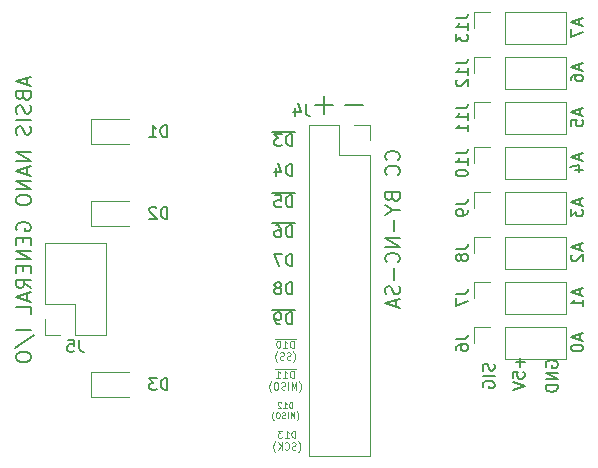
<source format=gbo>
G04 #@! TF.FileFunction,Legend,Bot*
%FSLAX46Y46*%
G04 Gerber Fmt 4.6, Leading zero omitted, Abs format (unit mm)*
G04 Created by KiCad (PCBNEW 4.0.7) date 02/19/18 15:12:52*
%MOMM*%
%LPD*%
G01*
G04 APERTURE LIST*
%ADD10C,0.100000*%
%ADD11C,0.200000*%
%ADD12C,0.150000*%
%ADD13C,0.120000*%
G04 APERTURE END LIST*
D10*
X151096572Y-103276429D02*
X151096572Y-102676429D01*
X150953715Y-102676429D01*
X150868000Y-102705000D01*
X150810858Y-102762143D01*
X150782286Y-102819286D01*
X150753715Y-102933571D01*
X150753715Y-103019286D01*
X150782286Y-103133571D01*
X150810858Y-103190714D01*
X150868000Y-103247857D01*
X150953715Y-103276429D01*
X151096572Y-103276429D01*
X150182286Y-103276429D02*
X150525143Y-103276429D01*
X150353715Y-103276429D02*
X150353715Y-102676429D01*
X150410858Y-102762143D01*
X150468000Y-102819286D01*
X150525143Y-102847857D01*
X149610857Y-103276429D02*
X149953714Y-103276429D01*
X149782286Y-103276429D02*
X149782286Y-102676429D01*
X149839429Y-102762143D01*
X149896571Y-102819286D01*
X149953714Y-102847857D01*
X151239429Y-102573000D02*
X149496571Y-102573000D01*
X151539428Y-104505000D02*
X151568000Y-104476429D01*
X151625143Y-104390714D01*
X151653714Y-104333571D01*
X151682285Y-104247857D01*
X151710857Y-104105000D01*
X151710857Y-103990714D01*
X151682285Y-103847857D01*
X151653714Y-103762143D01*
X151625143Y-103705000D01*
X151568000Y-103619286D01*
X151539428Y-103590714D01*
X151310857Y-104276429D02*
X151310857Y-103676429D01*
X151110857Y-104105000D01*
X150910857Y-103676429D01*
X150910857Y-104276429D01*
X150625143Y-104276429D02*
X150625143Y-103676429D01*
X150368000Y-104247857D02*
X150282286Y-104276429D01*
X150139429Y-104276429D01*
X150082286Y-104247857D01*
X150053715Y-104219286D01*
X150025143Y-104162143D01*
X150025143Y-104105000D01*
X150053715Y-104047857D01*
X150082286Y-104019286D01*
X150139429Y-103990714D01*
X150253715Y-103962143D01*
X150310857Y-103933571D01*
X150339429Y-103905000D01*
X150368000Y-103847857D01*
X150368000Y-103790714D01*
X150339429Y-103733571D01*
X150310857Y-103705000D01*
X150253715Y-103676429D01*
X150110857Y-103676429D01*
X150025143Y-103705000D01*
X149653714Y-103676429D02*
X149539428Y-103676429D01*
X149482286Y-103705000D01*
X149425143Y-103762143D01*
X149396571Y-103876429D01*
X149396571Y-104076429D01*
X149425143Y-104190714D01*
X149482286Y-104247857D01*
X149539428Y-104276429D01*
X149653714Y-104276429D01*
X149710857Y-104247857D01*
X149768000Y-104190714D01*
X149796571Y-104076429D01*
X149796571Y-103876429D01*
X149768000Y-103762143D01*
X149710857Y-103705000D01*
X149653714Y-103676429D01*
X149196572Y-104505000D02*
X149168000Y-104476429D01*
X149110857Y-104390714D01*
X149082286Y-104333571D01*
X149053715Y-104247857D01*
X149025143Y-104105000D01*
X149025143Y-103990714D01*
X149053715Y-103847857D01*
X149082286Y-103762143D01*
X149110857Y-103705000D01*
X149168000Y-103619286D01*
X149196572Y-103590714D01*
D11*
X159958429Y-84844667D02*
X160017952Y-84785143D01*
X160077476Y-84606572D01*
X160077476Y-84487524D01*
X160017952Y-84308952D01*
X159898905Y-84189905D01*
X159779857Y-84130381D01*
X159541762Y-84070857D01*
X159363190Y-84070857D01*
X159125095Y-84130381D01*
X159006048Y-84189905D01*
X158887000Y-84308952D01*
X158827476Y-84487524D01*
X158827476Y-84606572D01*
X158887000Y-84785143D01*
X158946524Y-84844667D01*
X159958429Y-86094667D02*
X160017952Y-86035143D01*
X160077476Y-85856572D01*
X160077476Y-85737524D01*
X160017952Y-85558952D01*
X159898905Y-85439905D01*
X159779857Y-85380381D01*
X159541762Y-85320857D01*
X159363190Y-85320857D01*
X159125095Y-85380381D01*
X159006048Y-85439905D01*
X158887000Y-85558952D01*
X158827476Y-85737524D01*
X158827476Y-85856572D01*
X158887000Y-86035143D01*
X158946524Y-86094667D01*
X159422714Y-87999429D02*
X159482238Y-88178000D01*
X159541762Y-88237524D01*
X159660810Y-88297048D01*
X159839381Y-88297048D01*
X159958429Y-88237524D01*
X160017952Y-88178000D01*
X160077476Y-88058953D01*
X160077476Y-87582762D01*
X158827476Y-87582762D01*
X158827476Y-87999429D01*
X158887000Y-88118476D01*
X158946524Y-88178000D01*
X159065571Y-88237524D01*
X159184619Y-88237524D01*
X159303667Y-88178000D01*
X159363190Y-88118476D01*
X159422714Y-87999429D01*
X159422714Y-87582762D01*
X159482238Y-89070857D02*
X160077476Y-89070857D01*
X158827476Y-88654191D02*
X159482238Y-89070857D01*
X158827476Y-89487524D01*
X159601286Y-89904191D02*
X159601286Y-90856572D01*
X160077476Y-91451810D02*
X158827476Y-91451810D01*
X160077476Y-92166096D01*
X158827476Y-92166096D01*
X159958429Y-93475620D02*
X160017952Y-93416096D01*
X160077476Y-93237525D01*
X160077476Y-93118477D01*
X160017952Y-92939905D01*
X159898905Y-92820858D01*
X159779857Y-92761334D01*
X159541762Y-92701810D01*
X159363190Y-92701810D01*
X159125095Y-92761334D01*
X159006048Y-92820858D01*
X158887000Y-92939905D01*
X158827476Y-93118477D01*
X158827476Y-93237525D01*
X158887000Y-93416096D01*
X158946524Y-93475620D01*
X159601286Y-94011334D02*
X159601286Y-94963715D01*
X160017952Y-95499429D02*
X160077476Y-95678001D01*
X160077476Y-95975620D01*
X160017952Y-96094667D01*
X159958429Y-96154191D01*
X159839381Y-96213715D01*
X159720333Y-96213715D01*
X159601286Y-96154191D01*
X159541762Y-96094667D01*
X159482238Y-95975620D01*
X159422714Y-95737524D01*
X159363190Y-95618477D01*
X159303667Y-95558953D01*
X159184619Y-95499429D01*
X159065571Y-95499429D01*
X158946524Y-95558953D01*
X158887000Y-95618477D01*
X158827476Y-95737524D01*
X158827476Y-96035144D01*
X158887000Y-96213715D01*
X159720333Y-96689905D02*
X159720333Y-97285143D01*
X160077476Y-96570858D02*
X158827476Y-96987524D01*
X160077476Y-97404191D01*
X128478333Y-77892190D02*
X128478333Y-78487428D01*
X128835476Y-77773143D02*
X127585476Y-78189809D01*
X128835476Y-78606476D01*
X128180714Y-79439810D02*
X128240238Y-79618381D01*
X128299762Y-79677905D01*
X128418810Y-79737429D01*
X128597381Y-79737429D01*
X128716429Y-79677905D01*
X128775952Y-79618381D01*
X128835476Y-79499334D01*
X128835476Y-79023143D01*
X127585476Y-79023143D01*
X127585476Y-79439810D01*
X127645000Y-79558857D01*
X127704524Y-79618381D01*
X127823571Y-79677905D01*
X127942619Y-79677905D01*
X128061667Y-79618381D01*
X128121190Y-79558857D01*
X128180714Y-79439810D01*
X128180714Y-79023143D01*
X128775952Y-80213619D02*
X128835476Y-80392191D01*
X128835476Y-80689810D01*
X128775952Y-80808857D01*
X128716429Y-80868381D01*
X128597381Y-80927905D01*
X128478333Y-80927905D01*
X128359286Y-80868381D01*
X128299762Y-80808857D01*
X128240238Y-80689810D01*
X128180714Y-80451714D01*
X128121190Y-80332667D01*
X128061667Y-80273143D01*
X127942619Y-80213619D01*
X127823571Y-80213619D01*
X127704524Y-80273143D01*
X127645000Y-80332667D01*
X127585476Y-80451714D01*
X127585476Y-80749334D01*
X127645000Y-80927905D01*
X128835476Y-81463619D02*
X127585476Y-81463619D01*
X128775952Y-81999333D02*
X128835476Y-82177905D01*
X128835476Y-82475524D01*
X128775952Y-82594571D01*
X128716429Y-82654095D01*
X128597381Y-82713619D01*
X128478333Y-82713619D01*
X128359286Y-82654095D01*
X128299762Y-82594571D01*
X128240238Y-82475524D01*
X128180714Y-82237428D01*
X128121190Y-82118381D01*
X128061667Y-82058857D01*
X127942619Y-81999333D01*
X127823571Y-81999333D01*
X127704524Y-82058857D01*
X127645000Y-82118381D01*
X127585476Y-82237428D01*
X127585476Y-82535048D01*
X127645000Y-82713619D01*
X128835476Y-84201714D02*
X127585476Y-84201714D01*
X128835476Y-84916000D01*
X127585476Y-84916000D01*
X128478333Y-85451714D02*
X128478333Y-86046952D01*
X128835476Y-85332667D02*
X127585476Y-85749333D01*
X128835476Y-86166000D01*
X128835476Y-86582667D02*
X127585476Y-86582667D01*
X128835476Y-87296953D01*
X127585476Y-87296953D01*
X127585476Y-88130286D02*
X127585476Y-88368382D01*
X127645000Y-88487429D01*
X127764048Y-88606477D01*
X128002143Y-88666001D01*
X128418810Y-88666001D01*
X128656905Y-88606477D01*
X128775952Y-88487429D01*
X128835476Y-88368382D01*
X128835476Y-88130286D01*
X128775952Y-88011239D01*
X128656905Y-87892191D01*
X128418810Y-87832667D01*
X128002143Y-87832667D01*
X127764048Y-87892191D01*
X127645000Y-88011239D01*
X127585476Y-88130286D01*
X127645000Y-90808858D02*
X127585476Y-90689810D01*
X127585476Y-90511239D01*
X127645000Y-90332667D01*
X127764048Y-90213620D01*
X127883095Y-90154096D01*
X128121190Y-90094572D01*
X128299762Y-90094572D01*
X128537857Y-90154096D01*
X128656905Y-90213620D01*
X128775952Y-90332667D01*
X128835476Y-90511239D01*
X128835476Y-90630287D01*
X128775952Y-90808858D01*
X128716429Y-90868382D01*
X128299762Y-90868382D01*
X128299762Y-90630287D01*
X128180714Y-91404096D02*
X128180714Y-91820763D01*
X128835476Y-91999334D02*
X128835476Y-91404096D01*
X127585476Y-91404096D01*
X127585476Y-91999334D01*
X128835476Y-92535048D02*
X127585476Y-92535048D01*
X128835476Y-93249334D01*
X127585476Y-93249334D01*
X128180714Y-93844572D02*
X128180714Y-94261239D01*
X128835476Y-94439810D02*
X128835476Y-93844572D01*
X127585476Y-93844572D01*
X127585476Y-94439810D01*
X128835476Y-95689810D02*
X128240238Y-95273143D01*
X128835476Y-94975524D02*
X127585476Y-94975524D01*
X127585476Y-95451715D01*
X127645000Y-95570762D01*
X127704524Y-95630286D01*
X127823571Y-95689810D01*
X128002143Y-95689810D01*
X128121190Y-95630286D01*
X128180714Y-95570762D01*
X128240238Y-95451715D01*
X128240238Y-94975524D01*
X128478333Y-96166000D02*
X128478333Y-96761238D01*
X128835476Y-96046953D02*
X127585476Y-96463619D01*
X128835476Y-96880286D01*
X128835476Y-97892191D02*
X128835476Y-97296953D01*
X127585476Y-97296953D01*
X128835476Y-99261239D02*
X127585476Y-99261239D01*
X127525952Y-100749334D02*
X129133095Y-99677906D01*
X127585476Y-101404096D02*
X127585476Y-101642192D01*
X127645000Y-101761239D01*
X127764048Y-101880287D01*
X128002143Y-101939811D01*
X128418810Y-101939811D01*
X128656905Y-101880287D01*
X128775952Y-101761239D01*
X128835476Y-101642192D01*
X128835476Y-101404096D01*
X128775952Y-101285049D01*
X128656905Y-101166001D01*
X128418810Y-101106477D01*
X128002143Y-101106477D01*
X127764048Y-101166001D01*
X127645000Y-101285049D01*
X127585476Y-101404096D01*
D12*
X156971905Y-80152857D02*
X155448095Y-80152857D01*
X154431905Y-80152857D02*
X152908095Y-80152857D01*
X153670000Y-80914762D02*
X153670000Y-79390952D01*
X150979095Y-83637381D02*
X150979095Y-82637381D01*
X150741000Y-82637381D01*
X150598142Y-82685000D01*
X150502904Y-82780238D01*
X150455285Y-82875476D01*
X150407666Y-83065952D01*
X150407666Y-83208810D01*
X150455285Y-83399286D01*
X150502904Y-83494524D01*
X150598142Y-83589762D01*
X150741000Y-83637381D01*
X150979095Y-83637381D01*
X150074333Y-82637381D02*
X149455285Y-82637381D01*
X149788619Y-83018333D01*
X149645761Y-83018333D01*
X149550523Y-83065952D01*
X149502904Y-83113571D01*
X149455285Y-83208810D01*
X149455285Y-83446905D01*
X149502904Y-83542143D01*
X149550523Y-83589762D01*
X149645761Y-83637381D01*
X149931476Y-83637381D01*
X150026714Y-83589762D01*
X150074333Y-83542143D01*
X151217190Y-82465000D02*
X149264809Y-82465000D01*
X150979095Y-86177381D02*
X150979095Y-85177381D01*
X150741000Y-85177381D01*
X150598142Y-85225000D01*
X150502904Y-85320238D01*
X150455285Y-85415476D01*
X150407666Y-85605952D01*
X150407666Y-85748810D01*
X150455285Y-85939286D01*
X150502904Y-86034524D01*
X150598142Y-86129762D01*
X150741000Y-86177381D01*
X150979095Y-86177381D01*
X149550523Y-85510714D02*
X149550523Y-86177381D01*
X149788619Y-85129762D02*
X150026714Y-85844048D01*
X149407666Y-85844048D01*
X150979095Y-88844381D02*
X150979095Y-87844381D01*
X150741000Y-87844381D01*
X150598142Y-87892000D01*
X150502904Y-87987238D01*
X150455285Y-88082476D01*
X150407666Y-88272952D01*
X150407666Y-88415810D01*
X150455285Y-88606286D01*
X150502904Y-88701524D01*
X150598142Y-88796762D01*
X150741000Y-88844381D01*
X150979095Y-88844381D01*
X149502904Y-87844381D02*
X149979095Y-87844381D01*
X150026714Y-88320571D01*
X149979095Y-88272952D01*
X149883857Y-88225333D01*
X149645761Y-88225333D01*
X149550523Y-88272952D01*
X149502904Y-88320571D01*
X149455285Y-88415810D01*
X149455285Y-88653905D01*
X149502904Y-88749143D01*
X149550523Y-88796762D01*
X149645761Y-88844381D01*
X149883857Y-88844381D01*
X149979095Y-88796762D01*
X150026714Y-88749143D01*
X151217190Y-87672000D02*
X149264809Y-87672000D01*
X150979095Y-91384381D02*
X150979095Y-90384381D01*
X150741000Y-90384381D01*
X150598142Y-90432000D01*
X150502904Y-90527238D01*
X150455285Y-90622476D01*
X150407666Y-90812952D01*
X150407666Y-90955810D01*
X150455285Y-91146286D01*
X150502904Y-91241524D01*
X150598142Y-91336762D01*
X150741000Y-91384381D01*
X150979095Y-91384381D01*
X149550523Y-90384381D02*
X149741000Y-90384381D01*
X149836238Y-90432000D01*
X149883857Y-90479619D01*
X149979095Y-90622476D01*
X150026714Y-90812952D01*
X150026714Y-91193905D01*
X149979095Y-91289143D01*
X149931476Y-91336762D01*
X149836238Y-91384381D01*
X149645761Y-91384381D01*
X149550523Y-91336762D01*
X149502904Y-91289143D01*
X149455285Y-91193905D01*
X149455285Y-90955810D01*
X149502904Y-90860571D01*
X149550523Y-90812952D01*
X149645761Y-90765333D01*
X149836238Y-90765333D01*
X149931476Y-90812952D01*
X149979095Y-90860571D01*
X150026714Y-90955810D01*
X151217190Y-90212000D02*
X149264809Y-90212000D01*
X150979095Y-93797381D02*
X150979095Y-92797381D01*
X150741000Y-92797381D01*
X150598142Y-92845000D01*
X150502904Y-92940238D01*
X150455285Y-93035476D01*
X150407666Y-93225952D01*
X150407666Y-93368810D01*
X150455285Y-93559286D01*
X150502904Y-93654524D01*
X150598142Y-93749762D01*
X150741000Y-93797381D01*
X150979095Y-93797381D01*
X150074333Y-92797381D02*
X149407666Y-92797381D01*
X149836238Y-93797381D01*
X150979095Y-96210381D02*
X150979095Y-95210381D01*
X150741000Y-95210381D01*
X150598142Y-95258000D01*
X150502904Y-95353238D01*
X150455285Y-95448476D01*
X150407666Y-95638952D01*
X150407666Y-95781810D01*
X150455285Y-95972286D01*
X150502904Y-96067524D01*
X150598142Y-96162762D01*
X150741000Y-96210381D01*
X150979095Y-96210381D01*
X149836238Y-95638952D02*
X149931476Y-95591333D01*
X149979095Y-95543714D01*
X150026714Y-95448476D01*
X150026714Y-95400857D01*
X149979095Y-95305619D01*
X149931476Y-95258000D01*
X149836238Y-95210381D01*
X149645761Y-95210381D01*
X149550523Y-95258000D01*
X149502904Y-95305619D01*
X149455285Y-95400857D01*
X149455285Y-95448476D01*
X149502904Y-95543714D01*
X149550523Y-95591333D01*
X149645761Y-95638952D01*
X149836238Y-95638952D01*
X149931476Y-95686571D01*
X149979095Y-95734190D01*
X150026714Y-95829429D01*
X150026714Y-96019905D01*
X149979095Y-96115143D01*
X149931476Y-96162762D01*
X149836238Y-96210381D01*
X149645761Y-96210381D01*
X149550523Y-96162762D01*
X149502904Y-96115143D01*
X149455285Y-96019905D01*
X149455285Y-95829429D01*
X149502904Y-95734190D01*
X149550523Y-95686571D01*
X149645761Y-95638952D01*
X150979095Y-98750381D02*
X150979095Y-97750381D01*
X150741000Y-97750381D01*
X150598142Y-97798000D01*
X150502904Y-97893238D01*
X150455285Y-97988476D01*
X150407666Y-98178952D01*
X150407666Y-98321810D01*
X150455285Y-98512286D01*
X150502904Y-98607524D01*
X150598142Y-98702762D01*
X150741000Y-98750381D01*
X150979095Y-98750381D01*
X149931476Y-98750381D02*
X149741000Y-98750381D01*
X149645761Y-98702762D01*
X149598142Y-98655143D01*
X149502904Y-98512286D01*
X149455285Y-98321810D01*
X149455285Y-97940857D01*
X149502904Y-97845619D01*
X149550523Y-97798000D01*
X149645761Y-97750381D01*
X149836238Y-97750381D01*
X149931476Y-97798000D01*
X149979095Y-97845619D01*
X150026714Y-97940857D01*
X150026714Y-98178952D01*
X149979095Y-98274190D01*
X149931476Y-98321810D01*
X149836238Y-98369429D01*
X149645761Y-98369429D01*
X149550523Y-98321810D01*
X149502904Y-98274190D01*
X149455285Y-98178952D01*
X151217190Y-97578000D02*
X149264809Y-97578000D01*
D10*
X151096572Y-100736429D02*
X151096572Y-100136429D01*
X150953715Y-100136429D01*
X150868000Y-100165000D01*
X150810858Y-100222143D01*
X150782286Y-100279286D01*
X150753715Y-100393571D01*
X150753715Y-100479286D01*
X150782286Y-100593571D01*
X150810858Y-100650714D01*
X150868000Y-100707857D01*
X150953715Y-100736429D01*
X151096572Y-100736429D01*
X150182286Y-100736429D02*
X150525143Y-100736429D01*
X150353715Y-100736429D02*
X150353715Y-100136429D01*
X150410858Y-100222143D01*
X150468000Y-100279286D01*
X150525143Y-100307857D01*
X149810857Y-100136429D02*
X149753714Y-100136429D01*
X149696571Y-100165000D01*
X149668000Y-100193571D01*
X149639429Y-100250714D01*
X149610857Y-100365000D01*
X149610857Y-100507857D01*
X149639429Y-100622143D01*
X149668000Y-100679286D01*
X149696571Y-100707857D01*
X149753714Y-100736429D01*
X149810857Y-100736429D01*
X149868000Y-100707857D01*
X149896571Y-100679286D01*
X149925143Y-100622143D01*
X149953714Y-100507857D01*
X149953714Y-100365000D01*
X149925143Y-100250714D01*
X149896571Y-100193571D01*
X149868000Y-100165000D01*
X149810857Y-100136429D01*
X151239429Y-100033000D02*
X149496571Y-100033000D01*
X151025143Y-101965000D02*
X151053715Y-101936429D01*
X151110858Y-101850714D01*
X151139429Y-101793571D01*
X151168000Y-101707857D01*
X151196572Y-101565000D01*
X151196572Y-101450714D01*
X151168000Y-101307857D01*
X151139429Y-101222143D01*
X151110858Y-101165000D01*
X151053715Y-101079286D01*
X151025143Y-101050714D01*
X150825143Y-101707857D02*
X150739429Y-101736429D01*
X150596572Y-101736429D01*
X150539429Y-101707857D01*
X150510858Y-101679286D01*
X150482286Y-101622143D01*
X150482286Y-101565000D01*
X150510858Y-101507857D01*
X150539429Y-101479286D01*
X150596572Y-101450714D01*
X150710858Y-101422143D01*
X150768000Y-101393571D01*
X150796572Y-101365000D01*
X150825143Y-101307857D01*
X150825143Y-101250714D01*
X150796572Y-101193571D01*
X150768000Y-101165000D01*
X150710858Y-101136429D01*
X150568000Y-101136429D01*
X150482286Y-101165000D01*
X150253714Y-101707857D02*
X150168000Y-101736429D01*
X150025143Y-101736429D01*
X149968000Y-101707857D01*
X149939429Y-101679286D01*
X149910857Y-101622143D01*
X149910857Y-101565000D01*
X149939429Y-101507857D01*
X149968000Y-101479286D01*
X150025143Y-101450714D01*
X150139429Y-101422143D01*
X150196571Y-101393571D01*
X150225143Y-101365000D01*
X150253714Y-101307857D01*
X150253714Y-101250714D01*
X150225143Y-101193571D01*
X150196571Y-101165000D01*
X150139429Y-101136429D01*
X149996571Y-101136429D01*
X149910857Y-101165000D01*
X149710857Y-101965000D02*
X149682285Y-101936429D01*
X149625142Y-101850714D01*
X149596571Y-101793571D01*
X149568000Y-101707857D01*
X149539428Y-101565000D01*
X149539428Y-101450714D01*
X149568000Y-101307857D01*
X149596571Y-101222143D01*
X149625142Y-101165000D01*
X149682285Y-101079286D01*
X149710857Y-101050714D01*
X150975142Y-105846190D02*
X150975142Y-105346190D01*
X150856095Y-105346190D01*
X150784666Y-105370000D01*
X150737047Y-105417619D01*
X150713238Y-105465238D01*
X150689428Y-105560476D01*
X150689428Y-105631905D01*
X150713238Y-105727143D01*
X150737047Y-105774762D01*
X150784666Y-105822381D01*
X150856095Y-105846190D01*
X150975142Y-105846190D01*
X150213238Y-105846190D02*
X150498952Y-105846190D01*
X150356095Y-105846190D02*
X150356095Y-105346190D01*
X150403714Y-105417619D01*
X150451333Y-105465238D01*
X150498952Y-105489048D01*
X150022762Y-105393810D02*
X149998952Y-105370000D01*
X149951333Y-105346190D01*
X149832286Y-105346190D01*
X149784667Y-105370000D01*
X149760857Y-105393810D01*
X149737048Y-105441429D01*
X149737048Y-105489048D01*
X149760857Y-105560476D01*
X150046571Y-105846190D01*
X149737048Y-105846190D01*
X151344190Y-106886667D02*
X151368000Y-106862857D01*
X151415619Y-106791429D01*
X151439428Y-106743810D01*
X151463238Y-106672381D01*
X151487047Y-106553333D01*
X151487047Y-106458095D01*
X151463238Y-106339048D01*
X151439428Y-106267619D01*
X151415619Y-106220000D01*
X151368000Y-106148571D01*
X151344190Y-106124762D01*
X151153714Y-106696190D02*
X151153714Y-106196190D01*
X150987048Y-106553333D01*
X150820381Y-106196190D01*
X150820381Y-106696190D01*
X150582285Y-106696190D02*
X150582285Y-106196190D01*
X150368000Y-106672381D02*
X150296571Y-106696190D01*
X150177524Y-106696190D01*
X150129905Y-106672381D01*
X150106095Y-106648571D01*
X150082286Y-106600952D01*
X150082286Y-106553333D01*
X150106095Y-106505714D01*
X150129905Y-106481905D01*
X150177524Y-106458095D01*
X150272762Y-106434286D01*
X150320381Y-106410476D01*
X150344190Y-106386667D01*
X150368000Y-106339048D01*
X150368000Y-106291429D01*
X150344190Y-106243810D01*
X150320381Y-106220000D01*
X150272762Y-106196190D01*
X150153714Y-106196190D01*
X150082286Y-106220000D01*
X149772762Y-106196190D02*
X149677524Y-106196190D01*
X149629905Y-106220000D01*
X149582286Y-106267619D01*
X149558477Y-106362857D01*
X149558477Y-106529524D01*
X149582286Y-106624762D01*
X149629905Y-106672381D01*
X149677524Y-106696190D01*
X149772762Y-106696190D01*
X149820381Y-106672381D01*
X149868000Y-106624762D01*
X149891810Y-106529524D01*
X149891810Y-106362857D01*
X149868000Y-106267619D01*
X149820381Y-106220000D01*
X149772762Y-106196190D01*
X149391809Y-106886667D02*
X149368000Y-106862857D01*
X149320381Y-106791429D01*
X149296571Y-106743810D01*
X149272762Y-106672381D01*
X149248952Y-106553333D01*
X149248952Y-106458095D01*
X149272762Y-106339048D01*
X149296571Y-106267619D01*
X149320381Y-106220000D01*
X149368000Y-106148571D01*
X149391809Y-106124762D01*
X151223572Y-108356429D02*
X151223572Y-107756429D01*
X151080715Y-107756429D01*
X150995000Y-107785000D01*
X150937858Y-107842143D01*
X150909286Y-107899286D01*
X150880715Y-108013571D01*
X150880715Y-108099286D01*
X150909286Y-108213571D01*
X150937858Y-108270714D01*
X150995000Y-108327857D01*
X151080715Y-108356429D01*
X151223572Y-108356429D01*
X150309286Y-108356429D02*
X150652143Y-108356429D01*
X150480715Y-108356429D02*
X150480715Y-107756429D01*
X150537858Y-107842143D01*
X150595000Y-107899286D01*
X150652143Y-107927857D01*
X150109286Y-107756429D02*
X149737857Y-107756429D01*
X149937857Y-107985000D01*
X149852143Y-107985000D01*
X149795000Y-108013571D01*
X149766429Y-108042143D01*
X149737857Y-108099286D01*
X149737857Y-108242143D01*
X149766429Y-108299286D01*
X149795000Y-108327857D01*
X149852143Y-108356429D01*
X150023571Y-108356429D01*
X150080714Y-108327857D01*
X150109286Y-108299286D01*
X151466428Y-109585000D02*
X151495000Y-109556429D01*
X151552143Y-109470714D01*
X151580714Y-109413571D01*
X151609285Y-109327857D01*
X151637857Y-109185000D01*
X151637857Y-109070714D01*
X151609285Y-108927857D01*
X151580714Y-108842143D01*
X151552143Y-108785000D01*
X151495000Y-108699286D01*
X151466428Y-108670714D01*
X151266428Y-109327857D02*
X151180714Y-109356429D01*
X151037857Y-109356429D01*
X150980714Y-109327857D01*
X150952143Y-109299286D01*
X150923571Y-109242143D01*
X150923571Y-109185000D01*
X150952143Y-109127857D01*
X150980714Y-109099286D01*
X151037857Y-109070714D01*
X151152143Y-109042143D01*
X151209285Y-109013571D01*
X151237857Y-108985000D01*
X151266428Y-108927857D01*
X151266428Y-108870714D01*
X151237857Y-108813571D01*
X151209285Y-108785000D01*
X151152143Y-108756429D01*
X151009285Y-108756429D01*
X150923571Y-108785000D01*
X150323571Y-109299286D02*
X150352142Y-109327857D01*
X150437856Y-109356429D01*
X150494999Y-109356429D01*
X150580714Y-109327857D01*
X150637856Y-109270714D01*
X150666428Y-109213571D01*
X150694999Y-109099286D01*
X150694999Y-109013571D01*
X150666428Y-108899286D01*
X150637856Y-108842143D01*
X150580714Y-108785000D01*
X150494999Y-108756429D01*
X150437856Y-108756429D01*
X150352142Y-108785000D01*
X150323571Y-108813571D01*
X150066428Y-109356429D02*
X150066428Y-108756429D01*
X149723571Y-109356429D02*
X149980714Y-109013571D01*
X149723571Y-108756429D02*
X150066428Y-109099286D01*
X149523571Y-109585000D02*
X149494999Y-109556429D01*
X149437856Y-109470714D01*
X149409285Y-109413571D01*
X149380714Y-109327857D01*
X149352142Y-109185000D01*
X149352142Y-109070714D01*
X149380714Y-108927857D01*
X149409285Y-108842143D01*
X149437856Y-108785000D01*
X149494999Y-108699286D01*
X149523571Y-108670714D01*
D12*
X170251429Y-101584286D02*
X170251429Y-102346191D01*
X170632381Y-101965239D02*
X169870476Y-101965239D01*
X169632381Y-103298572D02*
X169632381Y-102822381D01*
X170108571Y-102774762D01*
X170060952Y-102822381D01*
X170013333Y-102917619D01*
X170013333Y-103155715D01*
X170060952Y-103250953D01*
X170108571Y-103298572D01*
X170203810Y-103346191D01*
X170441905Y-103346191D01*
X170537143Y-103298572D01*
X170584762Y-103250953D01*
X170632381Y-103155715D01*
X170632381Y-102917619D01*
X170584762Y-102822381D01*
X170537143Y-102774762D01*
X169632381Y-103631905D02*
X170632381Y-103965238D01*
X169632381Y-104298572D01*
X172474000Y-102362096D02*
X172426381Y-102266858D01*
X172426381Y-102124001D01*
X172474000Y-101981143D01*
X172569238Y-101885905D01*
X172664476Y-101838286D01*
X172854952Y-101790667D01*
X172997810Y-101790667D01*
X173188286Y-101838286D01*
X173283524Y-101885905D01*
X173378762Y-101981143D01*
X173426381Y-102124001D01*
X173426381Y-102219239D01*
X173378762Y-102362096D01*
X173331143Y-102409715D01*
X172997810Y-102409715D01*
X172997810Y-102219239D01*
X173426381Y-102838286D02*
X172426381Y-102838286D01*
X173426381Y-103409715D01*
X172426381Y-103409715D01*
X173426381Y-103885905D02*
X172426381Y-103885905D01*
X172426381Y-104124000D01*
X172474000Y-104266858D01*
X172569238Y-104362096D01*
X172664476Y-104409715D01*
X172854952Y-104457334D01*
X172997810Y-104457334D01*
X173188286Y-104409715D01*
X173283524Y-104362096D01*
X173378762Y-104266858D01*
X173426381Y-104124000D01*
X173426381Y-103885905D01*
X168044762Y-102100191D02*
X168092381Y-102243048D01*
X168092381Y-102481144D01*
X168044762Y-102576382D01*
X167997143Y-102624001D01*
X167901905Y-102671620D01*
X167806667Y-102671620D01*
X167711429Y-102624001D01*
X167663810Y-102576382D01*
X167616190Y-102481144D01*
X167568571Y-102290667D01*
X167520952Y-102195429D01*
X167473333Y-102147810D01*
X167378095Y-102100191D01*
X167282857Y-102100191D01*
X167187619Y-102147810D01*
X167140000Y-102195429D01*
X167092381Y-102290667D01*
X167092381Y-102528763D01*
X167140000Y-102671620D01*
X168092381Y-103100191D02*
X167092381Y-103100191D01*
X167140000Y-104100191D02*
X167092381Y-104004953D01*
X167092381Y-103862096D01*
X167140000Y-103719238D01*
X167235238Y-103624000D01*
X167330476Y-103576381D01*
X167520952Y-103528762D01*
X167663810Y-103528762D01*
X167854286Y-103576381D01*
X167949524Y-103624000D01*
X168044762Y-103719238D01*
X168092381Y-103862096D01*
X168092381Y-103957334D01*
X168044762Y-104100191D01*
X167997143Y-104147810D01*
X167663810Y-104147810D01*
X167663810Y-103957334D01*
D13*
X133900000Y-83520000D02*
X133900000Y-81400000D01*
X137100000Y-83520000D02*
X133900000Y-83520000D01*
X133900000Y-81400000D02*
X137100000Y-81400000D01*
X133900000Y-90420000D02*
X133900000Y-88300000D01*
X137100000Y-90420000D02*
X133900000Y-90420000D01*
X133900000Y-88300000D02*
X137100000Y-88300000D01*
X133900000Y-104920000D02*
X133900000Y-102800000D01*
X137100000Y-104920000D02*
X133900000Y-104920000D01*
X133900000Y-102800000D02*
X137100000Y-102800000D01*
X157540000Y-109915000D02*
X152340000Y-109915000D01*
X157540000Y-84455000D02*
X157540000Y-109915000D01*
X152340000Y-81855000D02*
X152340000Y-109915000D01*
X157540000Y-84455000D02*
X154940000Y-84455000D01*
X154940000Y-84455000D02*
X154940000Y-81855000D01*
X154940000Y-81855000D02*
X152340000Y-81855000D01*
X157540000Y-83185000D02*
X157540000Y-81855000D01*
X157540000Y-81855000D02*
X156210000Y-81855000D01*
X174130000Y-98999996D02*
X174130000Y-101659996D01*
X168990000Y-98999996D02*
X174130000Y-98999996D01*
X168990000Y-101659996D02*
X174130000Y-101659996D01*
X168990000Y-98999996D02*
X168990000Y-101659996D01*
X167720000Y-98999996D02*
X166390000Y-98999996D01*
X166390000Y-98999996D02*
X166390000Y-100329996D01*
X174130000Y-95188568D02*
X174130000Y-97848568D01*
X168990000Y-95188568D02*
X174130000Y-95188568D01*
X168990000Y-97848568D02*
X174130000Y-97848568D01*
X168990000Y-95188568D02*
X168990000Y-97848568D01*
X167720000Y-95188568D02*
X166390000Y-95188568D01*
X166390000Y-95188568D02*
X166390000Y-96518568D01*
X174130000Y-91377140D02*
X174130000Y-94037140D01*
X168990000Y-91377140D02*
X174130000Y-91377140D01*
X168990000Y-94037140D02*
X174130000Y-94037140D01*
X168990000Y-91377140D02*
X168990000Y-94037140D01*
X167720000Y-91377140D02*
X166390000Y-91377140D01*
X166390000Y-91377140D02*
X166390000Y-92707140D01*
X174130000Y-87565712D02*
X174130000Y-90225712D01*
X168990000Y-87565712D02*
X174130000Y-87565712D01*
X168990000Y-90225712D02*
X174130000Y-90225712D01*
X168990000Y-87565712D02*
X168990000Y-90225712D01*
X167720000Y-87565712D02*
X166390000Y-87565712D01*
X166390000Y-87565712D02*
X166390000Y-88895712D01*
X174110000Y-83754284D02*
X174110000Y-86414284D01*
X168970000Y-83754284D02*
X174110000Y-83754284D01*
X168970000Y-86414284D02*
X174110000Y-86414284D01*
X168970000Y-83754284D02*
X168970000Y-86414284D01*
X167700000Y-83754284D02*
X166370000Y-83754284D01*
X166370000Y-83754284D02*
X166370000Y-85084284D01*
X174130000Y-79942856D02*
X174130000Y-82602856D01*
X168990000Y-79942856D02*
X174130000Y-79942856D01*
X168990000Y-82602856D02*
X174130000Y-82602856D01*
X168990000Y-79942856D02*
X168990000Y-82602856D01*
X167720000Y-79942856D02*
X166390000Y-79942856D01*
X166390000Y-79942856D02*
X166390000Y-81272856D01*
X174110000Y-76131428D02*
X174110000Y-78791428D01*
X168970000Y-76131428D02*
X174110000Y-76131428D01*
X168970000Y-78791428D02*
X174110000Y-78791428D01*
X168970000Y-76131428D02*
X168970000Y-78791428D01*
X167700000Y-76131428D02*
X166370000Y-76131428D01*
X166370000Y-76131428D02*
X166370000Y-77461428D01*
X174110000Y-72320000D02*
X174110000Y-74980000D01*
X168970000Y-72320000D02*
X174110000Y-72320000D01*
X168970000Y-74980000D02*
X174110000Y-74980000D01*
X168970000Y-72320000D02*
X168970000Y-74980000D01*
X167700000Y-72320000D02*
X166370000Y-72320000D01*
X166370000Y-72320000D02*
X166370000Y-73650000D01*
X129988000Y-91888000D02*
X135188000Y-91888000D01*
X129988000Y-97028000D02*
X129988000Y-91888000D01*
X135188000Y-99628000D02*
X135188000Y-91888000D01*
X129988000Y-97028000D02*
X132588000Y-97028000D01*
X132588000Y-97028000D02*
X132588000Y-99628000D01*
X132588000Y-99628000D02*
X135188000Y-99628000D01*
X129988000Y-98298000D02*
X129988000Y-99628000D01*
X129988000Y-99628000D02*
X131318000Y-99628000D01*
D12*
X140370095Y-82912381D02*
X140370095Y-81912381D01*
X140132000Y-81912381D01*
X139989142Y-81960000D01*
X139893904Y-82055238D01*
X139846285Y-82150476D01*
X139798666Y-82340952D01*
X139798666Y-82483810D01*
X139846285Y-82674286D01*
X139893904Y-82769524D01*
X139989142Y-82864762D01*
X140132000Y-82912381D01*
X140370095Y-82912381D01*
X138846285Y-82912381D02*
X139417714Y-82912381D01*
X139132000Y-82912381D02*
X139132000Y-81912381D01*
X139227238Y-82055238D01*
X139322476Y-82150476D01*
X139417714Y-82198095D01*
X140394095Y-89812381D02*
X140394095Y-88812381D01*
X140156000Y-88812381D01*
X140013142Y-88860000D01*
X139917904Y-88955238D01*
X139870285Y-89050476D01*
X139822666Y-89240952D01*
X139822666Y-89383810D01*
X139870285Y-89574286D01*
X139917904Y-89669524D01*
X140013142Y-89764762D01*
X140156000Y-89812381D01*
X140394095Y-89812381D01*
X139441714Y-88907619D02*
X139394095Y-88860000D01*
X139298857Y-88812381D01*
X139060761Y-88812381D01*
X138965523Y-88860000D01*
X138917904Y-88907619D01*
X138870285Y-89002857D01*
X138870285Y-89098095D01*
X138917904Y-89240952D01*
X139489333Y-89812381D01*
X138870285Y-89812381D01*
X140394095Y-104312381D02*
X140394095Y-103312381D01*
X140156000Y-103312381D01*
X140013142Y-103360000D01*
X139917904Y-103455238D01*
X139870285Y-103550476D01*
X139822666Y-103740952D01*
X139822666Y-103883810D01*
X139870285Y-104074286D01*
X139917904Y-104169524D01*
X140013142Y-104264762D01*
X140156000Y-104312381D01*
X140394095Y-104312381D01*
X139489333Y-103312381D02*
X138870285Y-103312381D01*
X139203619Y-103693333D01*
X139060761Y-103693333D01*
X138965523Y-103740952D01*
X138917904Y-103788571D01*
X138870285Y-103883810D01*
X138870285Y-104121905D01*
X138917904Y-104217143D01*
X138965523Y-104264762D01*
X139060761Y-104312381D01*
X139346476Y-104312381D01*
X139441714Y-104264762D01*
X139489333Y-104217143D01*
X152098333Y-80097381D02*
X152098333Y-80811667D01*
X152145953Y-80954524D01*
X152241191Y-81049762D01*
X152384048Y-81097381D01*
X152479286Y-81097381D01*
X151193571Y-80430714D02*
X151193571Y-81097381D01*
X151431667Y-80049762D02*
X151669762Y-80764048D01*
X151050714Y-80764048D01*
X164842381Y-99996663D02*
X165556667Y-99996663D01*
X165699524Y-99949043D01*
X165794762Y-99853805D01*
X165842381Y-99710948D01*
X165842381Y-99615710D01*
X164842381Y-100901425D02*
X164842381Y-100710948D01*
X164890000Y-100615710D01*
X164937619Y-100568091D01*
X165080476Y-100472853D01*
X165270952Y-100425234D01*
X165651905Y-100425234D01*
X165747143Y-100472853D01*
X165794762Y-100520472D01*
X165842381Y-100615710D01*
X165842381Y-100806187D01*
X165794762Y-100901425D01*
X165747143Y-100949044D01*
X165651905Y-100996663D01*
X165413810Y-100996663D01*
X165318571Y-100949044D01*
X165270952Y-100901425D01*
X165223333Y-100806187D01*
X165223333Y-100615710D01*
X165270952Y-100520472D01*
X165318571Y-100472853D01*
X165413810Y-100425234D01*
X175296667Y-99615710D02*
X175296667Y-100091901D01*
X175582381Y-99520472D02*
X174582381Y-99853805D01*
X175582381Y-100187139D01*
X174582381Y-100710948D02*
X174582381Y-100806187D01*
X174630000Y-100901425D01*
X174677619Y-100949044D01*
X174772857Y-100996663D01*
X174963333Y-101044282D01*
X175201429Y-101044282D01*
X175391905Y-100996663D01*
X175487143Y-100949044D01*
X175534762Y-100901425D01*
X175582381Y-100806187D01*
X175582381Y-100710948D01*
X175534762Y-100615710D01*
X175487143Y-100568091D01*
X175391905Y-100520472D01*
X175201429Y-100472853D01*
X174963333Y-100472853D01*
X174772857Y-100520472D01*
X174677619Y-100568091D01*
X174630000Y-100615710D01*
X174582381Y-100710948D01*
X164842381Y-96185235D02*
X165556667Y-96185235D01*
X165699524Y-96137615D01*
X165794762Y-96042377D01*
X165842381Y-95899520D01*
X165842381Y-95804282D01*
X164842381Y-96566187D02*
X164842381Y-97232854D01*
X165842381Y-96804282D01*
X175296667Y-95804282D02*
X175296667Y-96280473D01*
X175582381Y-95709044D02*
X174582381Y-96042377D01*
X175582381Y-96375711D01*
X175582381Y-97232854D02*
X175582381Y-96661425D01*
X175582381Y-96947139D02*
X174582381Y-96947139D01*
X174725238Y-96851901D01*
X174820476Y-96756663D01*
X174868095Y-96661425D01*
X164842381Y-92373807D02*
X165556667Y-92373807D01*
X165699524Y-92326187D01*
X165794762Y-92230949D01*
X165842381Y-92088092D01*
X165842381Y-91992854D01*
X165270952Y-92992854D02*
X165223333Y-92897616D01*
X165175714Y-92849997D01*
X165080476Y-92802378D01*
X165032857Y-92802378D01*
X164937619Y-92849997D01*
X164890000Y-92897616D01*
X164842381Y-92992854D01*
X164842381Y-93183331D01*
X164890000Y-93278569D01*
X164937619Y-93326188D01*
X165032857Y-93373807D01*
X165080476Y-93373807D01*
X165175714Y-93326188D01*
X165223333Y-93278569D01*
X165270952Y-93183331D01*
X165270952Y-92992854D01*
X165318571Y-92897616D01*
X165366190Y-92849997D01*
X165461429Y-92802378D01*
X165651905Y-92802378D01*
X165747143Y-92849997D01*
X165794762Y-92897616D01*
X165842381Y-92992854D01*
X165842381Y-93183331D01*
X165794762Y-93278569D01*
X165747143Y-93326188D01*
X165651905Y-93373807D01*
X165461429Y-93373807D01*
X165366190Y-93326188D01*
X165318571Y-93278569D01*
X165270952Y-93183331D01*
X175296667Y-91992854D02*
X175296667Y-92469045D01*
X175582381Y-91897616D02*
X174582381Y-92230949D01*
X175582381Y-92564283D01*
X174677619Y-92849997D02*
X174630000Y-92897616D01*
X174582381Y-92992854D01*
X174582381Y-93230950D01*
X174630000Y-93326188D01*
X174677619Y-93373807D01*
X174772857Y-93421426D01*
X174868095Y-93421426D01*
X175010952Y-93373807D01*
X175582381Y-92802378D01*
X175582381Y-93421426D01*
X164842381Y-88562379D02*
X165556667Y-88562379D01*
X165699524Y-88514759D01*
X165794762Y-88419521D01*
X165842381Y-88276664D01*
X165842381Y-88181426D01*
X165842381Y-89086188D02*
X165842381Y-89276664D01*
X165794762Y-89371903D01*
X165747143Y-89419522D01*
X165604286Y-89514760D01*
X165413810Y-89562379D01*
X165032857Y-89562379D01*
X164937619Y-89514760D01*
X164890000Y-89467141D01*
X164842381Y-89371903D01*
X164842381Y-89181426D01*
X164890000Y-89086188D01*
X164937619Y-89038569D01*
X165032857Y-88990950D01*
X165270952Y-88990950D01*
X165366190Y-89038569D01*
X165413810Y-89086188D01*
X165461429Y-89181426D01*
X165461429Y-89371903D01*
X165413810Y-89467141D01*
X165366190Y-89514760D01*
X165270952Y-89562379D01*
X175296667Y-88181426D02*
X175296667Y-88657617D01*
X175582381Y-88086188D02*
X174582381Y-88419521D01*
X175582381Y-88752855D01*
X174582381Y-88990950D02*
X174582381Y-89609998D01*
X174963333Y-89276664D01*
X174963333Y-89419522D01*
X175010952Y-89514760D01*
X175058571Y-89562379D01*
X175153810Y-89609998D01*
X175391905Y-89609998D01*
X175487143Y-89562379D01*
X175534762Y-89514760D01*
X175582381Y-89419522D01*
X175582381Y-89133807D01*
X175534762Y-89038569D01*
X175487143Y-88990950D01*
X164806381Y-84280477D02*
X165520667Y-84280477D01*
X165663524Y-84232857D01*
X165758762Y-84137619D01*
X165806381Y-83994762D01*
X165806381Y-83899524D01*
X165806381Y-85280477D02*
X165806381Y-84709048D01*
X165806381Y-84994762D02*
X164806381Y-84994762D01*
X164949238Y-84899524D01*
X165044476Y-84804286D01*
X165092095Y-84709048D01*
X164806381Y-85899524D02*
X164806381Y-85994763D01*
X164854000Y-86090001D01*
X164901619Y-86137620D01*
X164996857Y-86185239D01*
X165187333Y-86232858D01*
X165425429Y-86232858D01*
X165615905Y-86185239D01*
X165711143Y-86137620D01*
X165758762Y-86090001D01*
X165806381Y-85994763D01*
X165806381Y-85899524D01*
X165758762Y-85804286D01*
X165711143Y-85756667D01*
X165615905Y-85709048D01*
X165425429Y-85661429D01*
X165187333Y-85661429D01*
X164996857Y-85709048D01*
X164901619Y-85756667D01*
X164854000Y-85804286D01*
X164806381Y-85899524D01*
X175276667Y-84369998D02*
X175276667Y-84846189D01*
X175562381Y-84274760D02*
X174562381Y-84608093D01*
X175562381Y-84941427D01*
X174895714Y-85703332D02*
X175562381Y-85703332D01*
X174514762Y-85465236D02*
X175229048Y-85227141D01*
X175229048Y-85846189D01*
X164842381Y-80463333D02*
X165556667Y-80463333D01*
X165699524Y-80415713D01*
X165794762Y-80320475D01*
X165842381Y-80177618D01*
X165842381Y-80082380D01*
X165842381Y-81463333D02*
X165842381Y-80891904D01*
X165842381Y-81177618D02*
X164842381Y-81177618D01*
X164985238Y-81082380D01*
X165080476Y-80987142D01*
X165128095Y-80891904D01*
X165842381Y-82415714D02*
X165842381Y-81844285D01*
X165842381Y-82129999D02*
X164842381Y-82129999D01*
X164985238Y-82034761D01*
X165080476Y-81939523D01*
X165128095Y-81844285D01*
X175296667Y-80558570D02*
X175296667Y-81034761D01*
X175582381Y-80463332D02*
X174582381Y-80796665D01*
X175582381Y-81129999D01*
X174582381Y-81939523D02*
X174582381Y-81463332D01*
X175058571Y-81415713D01*
X175010952Y-81463332D01*
X174963333Y-81558570D01*
X174963333Y-81796666D01*
X175010952Y-81891904D01*
X175058571Y-81939523D01*
X175153810Y-81987142D01*
X175391905Y-81987142D01*
X175487143Y-81939523D01*
X175534762Y-81891904D01*
X175582381Y-81796666D01*
X175582381Y-81558570D01*
X175534762Y-81463332D01*
X175487143Y-81415713D01*
X164822381Y-76651905D02*
X165536667Y-76651905D01*
X165679524Y-76604285D01*
X165774762Y-76509047D01*
X165822381Y-76366190D01*
X165822381Y-76270952D01*
X165822381Y-77651905D02*
X165822381Y-77080476D01*
X165822381Y-77366190D02*
X164822381Y-77366190D01*
X164965238Y-77270952D01*
X165060476Y-77175714D01*
X165108095Y-77080476D01*
X164917619Y-78032857D02*
X164870000Y-78080476D01*
X164822381Y-78175714D01*
X164822381Y-78413810D01*
X164870000Y-78509048D01*
X164917619Y-78556667D01*
X165012857Y-78604286D01*
X165108095Y-78604286D01*
X165250952Y-78556667D01*
X165822381Y-77985238D01*
X165822381Y-78604286D01*
X175276667Y-76747142D02*
X175276667Y-77223333D01*
X175562381Y-76651904D02*
X174562381Y-76985237D01*
X175562381Y-77318571D01*
X174562381Y-78080476D02*
X174562381Y-77889999D01*
X174610000Y-77794761D01*
X174657619Y-77747142D01*
X174800476Y-77651904D01*
X174990952Y-77604285D01*
X175371905Y-77604285D01*
X175467143Y-77651904D01*
X175514762Y-77699523D01*
X175562381Y-77794761D01*
X175562381Y-77985238D01*
X175514762Y-78080476D01*
X175467143Y-78128095D01*
X175371905Y-78175714D01*
X175133810Y-78175714D01*
X175038571Y-78128095D01*
X174990952Y-78080476D01*
X174943333Y-77985238D01*
X174943333Y-77794761D01*
X174990952Y-77699523D01*
X175038571Y-77651904D01*
X175133810Y-77604285D01*
X164822381Y-72840477D02*
X165536667Y-72840477D01*
X165679524Y-72792857D01*
X165774762Y-72697619D01*
X165822381Y-72554762D01*
X165822381Y-72459524D01*
X165822381Y-73840477D02*
X165822381Y-73269048D01*
X165822381Y-73554762D02*
X164822381Y-73554762D01*
X164965238Y-73459524D01*
X165060476Y-73364286D01*
X165108095Y-73269048D01*
X164822381Y-74173810D02*
X164822381Y-74792858D01*
X165203333Y-74459524D01*
X165203333Y-74602382D01*
X165250952Y-74697620D01*
X165298571Y-74745239D01*
X165393810Y-74792858D01*
X165631905Y-74792858D01*
X165727143Y-74745239D01*
X165774762Y-74697620D01*
X165822381Y-74602382D01*
X165822381Y-74316667D01*
X165774762Y-74221429D01*
X165727143Y-74173810D01*
X175276667Y-72935714D02*
X175276667Y-73411905D01*
X175562381Y-72840476D02*
X174562381Y-73173809D01*
X175562381Y-73507143D01*
X174562381Y-73745238D02*
X174562381Y-74411905D01*
X175562381Y-73983333D01*
X132921333Y-100080381D02*
X132921333Y-100794667D01*
X132968953Y-100937524D01*
X133064191Y-101032762D01*
X133207048Y-101080381D01*
X133302286Y-101080381D01*
X131968952Y-100080381D02*
X132445143Y-100080381D01*
X132492762Y-100556571D01*
X132445143Y-100508952D01*
X132349905Y-100461333D01*
X132111809Y-100461333D01*
X132016571Y-100508952D01*
X131968952Y-100556571D01*
X131921333Y-100651810D01*
X131921333Y-100889905D01*
X131968952Y-100985143D01*
X132016571Y-101032762D01*
X132111809Y-101080381D01*
X132349905Y-101080381D01*
X132445143Y-101032762D01*
X132492762Y-100985143D01*
M02*

</source>
